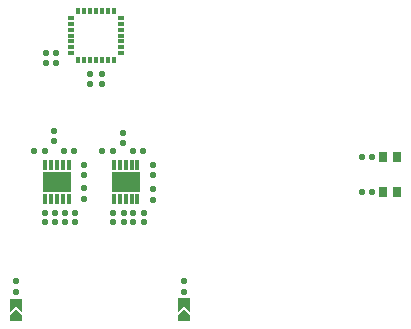
<source format=gtp>
G04*
G04 #@! TF.GenerationSoftware,Altium Limited,Altium Designer,21.7.2 (23)*
G04*
G04 Layer_Color=8421504*
%FSLAX25Y25*%
%MOIN*%
G70*
G04*
G04 #@! TF.SameCoordinates,72A3C6AD-17B6-4F61-9830-52E5D45F99D0*
G04*
G04*
G04 #@! TF.FilePolarity,Positive*
G04*
G01*
G75*
G04:AMPARAMS|DCode=15|XSize=20.47mil|YSize=22.05mil|CornerRadius=5.12mil|HoleSize=0mil|Usage=FLASHONLY|Rotation=90.000|XOffset=0mil|YOffset=0mil|HoleType=Round|Shape=RoundedRectangle|*
%AMROUNDEDRECTD15*
21,1,0.02047,0.01181,0,0,90.0*
21,1,0.01024,0.02205,0,0,90.0*
1,1,0.01024,0.00591,0.00512*
1,1,0.01024,0.00591,-0.00512*
1,1,0.01024,-0.00591,-0.00512*
1,1,0.01024,-0.00591,0.00512*
%
%ADD15ROUNDEDRECTD15*%
G04:AMPARAMS|DCode=16|XSize=20.47mil|YSize=22.05mil|CornerRadius=5.12mil|HoleSize=0mil|Usage=FLASHONLY|Rotation=0.000|XOffset=0mil|YOffset=0mil|HoleType=Round|Shape=RoundedRectangle|*
%AMROUNDEDRECTD16*
21,1,0.02047,0.01181,0,0,0.0*
21,1,0.01024,0.02205,0,0,0.0*
1,1,0.01024,0.00512,-0.00591*
1,1,0.01024,-0.00512,-0.00591*
1,1,0.01024,-0.00512,0.00591*
1,1,0.01024,0.00512,0.00591*
%
%ADD16ROUNDEDRECTD16*%
%ADD17R,0.02362X0.01181*%
%ADD18R,0.01181X0.02362*%
%ADD19R,0.09449X0.06693*%
%ADD20R,0.01181X0.03347*%
%ADD21R,0.03000X0.01500*%
%ADD22R,0.02756X0.03347*%
G36*
X349638Y121354D02*
Y116854D01*
X347638Y118854D01*
X345638Y116854D01*
Y121354D01*
X349638Y121354D01*
D02*
G37*
G36*
Y115854D02*
Y113854D01*
X345638Y113854D01*
X345638Y115854D01*
X347638Y117854D01*
X349638Y115854D01*
D02*
G37*
G36*
X405543Y116961D02*
X403543Y118961D01*
X401543Y116961D01*
Y121461D01*
X405543D01*
Y116961D01*
D02*
G37*
G36*
Y115961D02*
Y113961D01*
X401543D01*
Y115961D01*
X403543Y117961D01*
X405543Y115961D01*
D02*
G37*
D15*
X376378Y196221D02*
D03*
Y192756D02*
D03*
X383260Y176549D02*
D03*
Y173084D02*
D03*
X360478Y177280D02*
D03*
Y173816D02*
D03*
X372441Y192756D02*
D03*
X372441Y196221D02*
D03*
X393307Y157795D02*
D03*
X393307Y154331D02*
D03*
Y165905D02*
D03*
Y162441D02*
D03*
X370472Y158189D02*
D03*
X370472Y154724D02*
D03*
Y165905D02*
D03*
Y162441D02*
D03*
X347638Y123622D02*
D03*
Y127087D02*
D03*
X403543Y123728D02*
D03*
Y127193D02*
D03*
D16*
X361181Y203150D02*
D03*
X357716D02*
D03*
X361181Y200000D02*
D03*
X357716D02*
D03*
X379921Y170472D02*
D03*
X376457D02*
D03*
X386614D02*
D03*
X390079D02*
D03*
X357244D02*
D03*
X353780D02*
D03*
X363622D02*
D03*
X367087D02*
D03*
X386850Y146850D02*
D03*
X390315Y146850D02*
D03*
X386850Y150000D02*
D03*
X390315D02*
D03*
X364016Y150000D02*
D03*
X367480D02*
D03*
X364016Y146850D02*
D03*
X367480D02*
D03*
X380157Y146850D02*
D03*
X383622D02*
D03*
X380157Y150000D02*
D03*
X383622D02*
D03*
X357323Y146850D02*
D03*
X360787D02*
D03*
X357323Y150000D02*
D03*
X360787D02*
D03*
X463020Y156827D02*
D03*
X466484D02*
D03*
X463020Y168551D02*
D03*
X466484D02*
D03*
D17*
X366142Y203150D02*
D03*
Y205118D02*
D03*
Y207087D02*
D03*
Y209055D02*
D03*
Y211024D02*
D03*
Y212992D02*
D03*
Y214961D02*
D03*
X382677D02*
D03*
Y212992D02*
D03*
Y211024D02*
D03*
Y209055D02*
D03*
Y207087D02*
D03*
Y205118D02*
D03*
Y203150D02*
D03*
D18*
X368504Y217323D02*
D03*
X370472D02*
D03*
X372441D02*
D03*
X374410D02*
D03*
X376378D02*
D03*
X378346D02*
D03*
X380315D02*
D03*
Y200787D02*
D03*
X378346D02*
D03*
X376378D02*
D03*
X374410D02*
D03*
X372441D02*
D03*
X370472D02*
D03*
X368504D02*
D03*
D19*
X384252Y160236D02*
D03*
X361417D02*
D03*
D20*
X388189Y154528D02*
D03*
X386221D02*
D03*
X384252D02*
D03*
X382283D02*
D03*
X380315D02*
D03*
Y165945D02*
D03*
X382283D02*
D03*
X384252D02*
D03*
X386221D02*
D03*
X388189D02*
D03*
X365354Y154528D02*
D03*
X363386D02*
D03*
X361417D02*
D03*
X359449D02*
D03*
X357480D02*
D03*
Y165945D02*
D03*
X359449D02*
D03*
X361417D02*
D03*
X363386D02*
D03*
X365354D02*
D03*
D21*
X347638Y120354D02*
D03*
Y114854D02*
D03*
X403543Y120461D02*
D03*
X403543Y114961D02*
D03*
D22*
X469984Y156827D02*
D03*
X474709D02*
D03*
X469984Y168551D02*
D03*
X474709D02*
D03*
M02*

</source>
